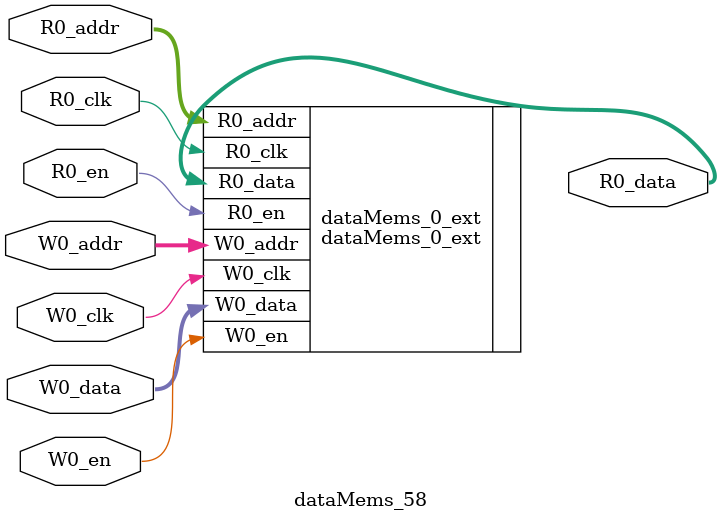
<source format=sv>
`ifndef RANDOMIZE
  `ifdef RANDOMIZE_REG_INIT
    `define RANDOMIZE
  `endif // RANDOMIZE_REG_INIT
`endif // not def RANDOMIZE
`ifndef RANDOMIZE
  `ifdef RANDOMIZE_MEM_INIT
    `define RANDOMIZE
  `endif // RANDOMIZE_MEM_INIT
`endif // not def RANDOMIZE

`ifndef RANDOM
  `define RANDOM $random
`endif // not def RANDOM

// Users can define 'PRINTF_COND' to add an extra gate to prints.
`ifndef PRINTF_COND_
  `ifdef PRINTF_COND
    `define PRINTF_COND_ (`PRINTF_COND)
  `else  // PRINTF_COND
    `define PRINTF_COND_ 1
  `endif // PRINTF_COND
`endif // not def PRINTF_COND_

// Users can define 'ASSERT_VERBOSE_COND' to add an extra gate to assert error printing.
`ifndef ASSERT_VERBOSE_COND_
  `ifdef ASSERT_VERBOSE_COND
    `define ASSERT_VERBOSE_COND_ (`ASSERT_VERBOSE_COND)
  `else  // ASSERT_VERBOSE_COND
    `define ASSERT_VERBOSE_COND_ 1
  `endif // ASSERT_VERBOSE_COND
`endif // not def ASSERT_VERBOSE_COND_

// Users can define 'STOP_COND' to add an extra gate to stop conditions.
`ifndef STOP_COND_
  `ifdef STOP_COND
    `define STOP_COND_ (`STOP_COND)
  `else  // STOP_COND
    `define STOP_COND_ 1
  `endif // STOP_COND
`endif // not def STOP_COND_

// Users can define INIT_RANDOM as general code that gets injected into the
// initializer block for modules with registers.
`ifndef INIT_RANDOM
  `define INIT_RANDOM
`endif // not def INIT_RANDOM

// If using random initialization, you can also define RANDOMIZE_DELAY to
// customize the delay used, otherwise 0.002 is used.
`ifndef RANDOMIZE_DELAY
  `define RANDOMIZE_DELAY 0.002
`endif // not def RANDOMIZE_DELAY

// Define INIT_RANDOM_PROLOG_ for use in our modules below.
`ifndef INIT_RANDOM_PROLOG_
  `ifdef RANDOMIZE
    `ifdef VERILATOR
      `define INIT_RANDOM_PROLOG_ `INIT_RANDOM
    `else  // VERILATOR
      `define INIT_RANDOM_PROLOG_ `INIT_RANDOM #`RANDOMIZE_DELAY begin end
    `endif // VERILATOR
  `else  // RANDOMIZE
    `define INIT_RANDOM_PROLOG_
  `endif // RANDOMIZE
`endif // not def INIT_RANDOM_PROLOG_

// Include register initializers in init blocks unless synthesis is set
`ifndef SYNTHESIS
  `ifndef ENABLE_INITIAL_REG_
    `define ENABLE_INITIAL_REG_
  `endif // not def ENABLE_INITIAL_REG_
`endif // not def SYNTHESIS

// Include rmemory initializers in init blocks unless synthesis is set
`ifndef SYNTHESIS
  `ifndef ENABLE_INITIAL_MEM_
    `define ENABLE_INITIAL_MEM_
  `endif // not def ENABLE_INITIAL_MEM_
`endif // not def SYNTHESIS

module dataMems_58(	// @[generators/ara/src/main/scala/UnsafeAXI4ToTL.scala:365:62]
  input  [4:0]   R0_addr,
  input          R0_en,
  input          R0_clk,
  output [258:0] R0_data,
  input  [4:0]   W0_addr,
  input          W0_en,
  input          W0_clk,
  input  [258:0] W0_data
);

  dataMems_0_ext dataMems_0_ext (	// @[generators/ara/src/main/scala/UnsafeAXI4ToTL.scala:365:62]
    .R0_addr (R0_addr),
    .R0_en   (R0_en),
    .R0_clk  (R0_clk),
    .R0_data (R0_data),
    .W0_addr (W0_addr),
    .W0_en   (W0_en),
    .W0_clk  (W0_clk),
    .W0_data (W0_data)
  );
endmodule


</source>
